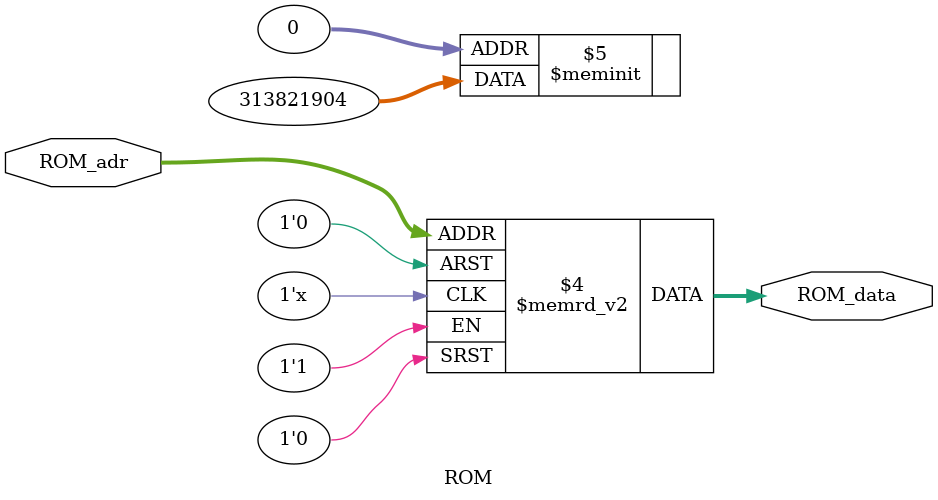
<source format=v>
`timescale 1ns / 1ps


module ROM(
    input [2:0] ROM_adr,
    output reg [3:0] ROM_data
    );
    always@(ROM_adr) begin
        case(ROM_adr)
            3'd0: ROM_data = 4'd0;
            3'd1: ROM_data = 4'd13;
            3'd2: ROM_data = 4'd10;
            3'd3: ROM_data = 4'd8;
            3'd4: ROM_data = 4'd4;
            3'd5: ROM_data = 4'd11;
            3'd6: ROM_data = 4'd2;
            3'd7: ROM_data = 4'd1;
        endcase
     end
endmodule

</source>
